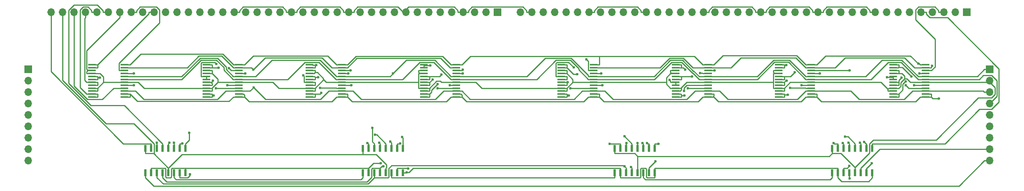
<source format=gtl>
G04 #@! TF.FileFunction,Copper,L1,Top,Signal*
%FSLAX46Y46*%
G04 Gerber Fmt 4.6, Leading zero omitted, Abs format (unit mm)*
G04 Created by KiCad (PCBNEW 4.0.7) date *
%MOMM*%
%LPD*%
G01*
G04 APERTURE LIST*
%ADD10C,0.100000*%
%ADD11R,1.700000X1.700000*%
%ADD12O,1.700000X1.700000*%
%ADD13R,1.750000X0.450000*%
%ADD14R,0.600000X1.500000*%
%ADD15C,0.600000*%
%ADD16C,0.250000*%
G04 APERTURE END LIST*
D10*
D11*
X144780000Y-88900000D03*
D12*
X142240000Y-88900000D03*
X139700000Y-88900000D03*
X137160000Y-88900000D03*
X134620000Y-88900000D03*
X132080000Y-88900000D03*
X129540000Y-88900000D03*
X127000000Y-88900000D03*
X124460000Y-88900000D03*
X121920000Y-88900000D03*
X119380000Y-88900000D03*
X116840000Y-88900000D03*
X114300000Y-88900000D03*
X111760000Y-88900000D03*
X109220000Y-88900000D03*
X106680000Y-88900000D03*
X104140000Y-88900000D03*
X101600000Y-88900000D03*
X99060000Y-88900000D03*
X96520000Y-88900000D03*
X93980000Y-88900000D03*
X91440000Y-88900000D03*
X88900000Y-88900000D03*
X86360000Y-88900000D03*
X83820000Y-88900000D03*
X81280000Y-88900000D03*
X78740000Y-88900000D03*
X76200000Y-88900000D03*
X73660000Y-88900000D03*
X71120000Y-88900000D03*
X68580000Y-88900000D03*
X66040000Y-88900000D03*
X63500000Y-88900000D03*
X60960000Y-88900000D03*
X58420000Y-88900000D03*
X55880000Y-88900000D03*
X53340000Y-88900000D03*
X50800000Y-88900000D03*
X48260000Y-88900000D03*
X45720000Y-88900000D03*
D11*
X248920000Y-88900000D03*
D12*
X246380000Y-88900000D03*
X243840000Y-88900000D03*
X241300000Y-88900000D03*
X238760000Y-88900000D03*
X236220000Y-88900000D03*
X233680000Y-88900000D03*
X231140000Y-88900000D03*
X228600000Y-88900000D03*
X226060000Y-88900000D03*
X223520000Y-88900000D03*
X220980000Y-88900000D03*
X218440000Y-88900000D03*
X215900000Y-88900000D03*
X213360000Y-88900000D03*
X210820000Y-88900000D03*
X208280000Y-88900000D03*
X205740000Y-88900000D03*
X203200000Y-88900000D03*
X200660000Y-88900000D03*
X198120000Y-88900000D03*
X195580000Y-88900000D03*
X193040000Y-88900000D03*
X190500000Y-88900000D03*
X187960000Y-88900000D03*
X185420000Y-88900000D03*
X182880000Y-88900000D03*
X180340000Y-88900000D03*
X177800000Y-88900000D03*
X175260000Y-88900000D03*
X172720000Y-88900000D03*
X170180000Y-88900000D03*
X167640000Y-88900000D03*
X165100000Y-88900000D03*
X162560000Y-88900000D03*
X160020000Y-88900000D03*
X157480000Y-88900000D03*
X154940000Y-88900000D03*
X152400000Y-88900000D03*
X149860000Y-88900000D03*
D11*
X40640000Y-101600000D03*
D12*
X40640000Y-104140000D03*
X40640000Y-106680000D03*
X40640000Y-109220000D03*
X40640000Y-111760000D03*
X40640000Y-114300000D03*
X40640000Y-116840000D03*
X40640000Y-119380000D03*
X40640000Y-121920000D03*
D11*
X254000000Y-101600000D03*
D12*
X254000000Y-104140000D03*
X254000000Y-106680000D03*
X254000000Y-109220000D03*
X254000000Y-111760000D03*
X254000000Y-114300000D03*
X254000000Y-116840000D03*
X254000000Y-119380000D03*
X254000000Y-121920000D03*
D13*
X54820000Y-100565000D03*
X54820000Y-101215000D03*
X54820000Y-101865000D03*
X54820000Y-102515000D03*
X54820000Y-103165000D03*
X54820000Y-103815000D03*
X54820000Y-104465000D03*
X54820000Y-105115000D03*
X54820000Y-105765000D03*
X54820000Y-106415000D03*
X54820000Y-107065000D03*
X54820000Y-107715000D03*
X62020000Y-107715000D03*
X62020000Y-107065000D03*
X62020000Y-106415000D03*
X62020000Y-105765000D03*
X62020000Y-105115000D03*
X62020000Y-104465000D03*
X62020000Y-103815000D03*
X62020000Y-103165000D03*
X62020000Y-102515000D03*
X62020000Y-101865000D03*
X62020000Y-101215000D03*
X62020000Y-100565000D03*
D14*
X75565000Y-119220000D03*
X74295000Y-119220000D03*
X73025000Y-119220000D03*
X71755000Y-119220000D03*
X70485000Y-119220000D03*
X69215000Y-119220000D03*
X67945000Y-119220000D03*
X66675000Y-119220000D03*
X66675000Y-124620000D03*
X67945000Y-124620000D03*
X69215000Y-124620000D03*
X70485000Y-124620000D03*
X71755000Y-124620000D03*
X73025000Y-124620000D03*
X74295000Y-124620000D03*
X75565000Y-124620000D03*
D13*
X80220000Y-100565000D03*
X80220000Y-101215000D03*
X80220000Y-101865000D03*
X80220000Y-102515000D03*
X80220000Y-103165000D03*
X80220000Y-103815000D03*
X80220000Y-104465000D03*
X80220000Y-105115000D03*
X80220000Y-105765000D03*
X80220000Y-106415000D03*
X80220000Y-107065000D03*
X80220000Y-107715000D03*
X87420000Y-107715000D03*
X87420000Y-107065000D03*
X87420000Y-106415000D03*
X87420000Y-105765000D03*
X87420000Y-105115000D03*
X87420000Y-104465000D03*
X87420000Y-103815000D03*
X87420000Y-103165000D03*
X87420000Y-102515000D03*
X87420000Y-101865000D03*
X87420000Y-101215000D03*
X87420000Y-100565000D03*
X103080000Y-100565000D03*
X103080000Y-101215000D03*
X103080000Y-101865000D03*
X103080000Y-102515000D03*
X103080000Y-103165000D03*
X103080000Y-103815000D03*
X103080000Y-104465000D03*
X103080000Y-105115000D03*
X103080000Y-105765000D03*
X103080000Y-106415000D03*
X103080000Y-107065000D03*
X103080000Y-107715000D03*
X110280000Y-107715000D03*
X110280000Y-107065000D03*
X110280000Y-106415000D03*
X110280000Y-105765000D03*
X110280000Y-105115000D03*
X110280000Y-104465000D03*
X110280000Y-103815000D03*
X110280000Y-103165000D03*
X110280000Y-102515000D03*
X110280000Y-101865000D03*
X110280000Y-101215000D03*
X110280000Y-100565000D03*
D14*
X123825000Y-119220000D03*
X122555000Y-119220000D03*
X121285000Y-119220000D03*
X120015000Y-119220000D03*
X118745000Y-119220000D03*
X117475000Y-119220000D03*
X116205000Y-119220000D03*
X114935000Y-119220000D03*
X114935000Y-124620000D03*
X116205000Y-124620000D03*
X117475000Y-124620000D03*
X118745000Y-124620000D03*
X120015000Y-124620000D03*
X121285000Y-124620000D03*
X122555000Y-124620000D03*
X123825000Y-124620000D03*
D13*
X128480000Y-100565000D03*
X128480000Y-101215000D03*
X128480000Y-101865000D03*
X128480000Y-102515000D03*
X128480000Y-103165000D03*
X128480000Y-103815000D03*
X128480000Y-104465000D03*
X128480000Y-105115000D03*
X128480000Y-105765000D03*
X128480000Y-106415000D03*
X128480000Y-107065000D03*
X128480000Y-107715000D03*
X135680000Y-107715000D03*
X135680000Y-107065000D03*
X135680000Y-106415000D03*
X135680000Y-105765000D03*
X135680000Y-105115000D03*
X135680000Y-104465000D03*
X135680000Y-103815000D03*
X135680000Y-103165000D03*
X135680000Y-102515000D03*
X135680000Y-101865000D03*
X135680000Y-101215000D03*
X135680000Y-100565000D03*
X158960000Y-100565000D03*
X158960000Y-101215000D03*
X158960000Y-101865000D03*
X158960000Y-102515000D03*
X158960000Y-103165000D03*
X158960000Y-103815000D03*
X158960000Y-104465000D03*
X158960000Y-105115000D03*
X158960000Y-105765000D03*
X158960000Y-106415000D03*
X158960000Y-107065000D03*
X158960000Y-107715000D03*
X166160000Y-107715000D03*
X166160000Y-107065000D03*
X166160000Y-106415000D03*
X166160000Y-105765000D03*
X166160000Y-105115000D03*
X166160000Y-104465000D03*
X166160000Y-103815000D03*
X166160000Y-103165000D03*
X166160000Y-102515000D03*
X166160000Y-101865000D03*
X166160000Y-101215000D03*
X166160000Y-100565000D03*
D14*
X179705000Y-119220000D03*
X178435000Y-119220000D03*
X177165000Y-119220000D03*
X175895000Y-119220000D03*
X174625000Y-119220000D03*
X173355000Y-119220000D03*
X172085000Y-119220000D03*
X170815000Y-119220000D03*
X170815000Y-124620000D03*
X172085000Y-124620000D03*
X173355000Y-124620000D03*
X174625000Y-124620000D03*
X175895000Y-124620000D03*
X177165000Y-124620000D03*
X178435000Y-124620000D03*
X179705000Y-124620000D03*
D13*
X184360000Y-100565000D03*
X184360000Y-101215000D03*
X184360000Y-101865000D03*
X184360000Y-102515000D03*
X184360000Y-103165000D03*
X184360000Y-103815000D03*
X184360000Y-104465000D03*
X184360000Y-105115000D03*
X184360000Y-105765000D03*
X184360000Y-106415000D03*
X184360000Y-107065000D03*
X184360000Y-107715000D03*
X191560000Y-107715000D03*
X191560000Y-107065000D03*
X191560000Y-106415000D03*
X191560000Y-105765000D03*
X191560000Y-105115000D03*
X191560000Y-104465000D03*
X191560000Y-103815000D03*
X191560000Y-103165000D03*
X191560000Y-102515000D03*
X191560000Y-101865000D03*
X191560000Y-101215000D03*
X191560000Y-100565000D03*
X207220000Y-100565000D03*
X207220000Y-101215000D03*
X207220000Y-101865000D03*
X207220000Y-102515000D03*
X207220000Y-103165000D03*
X207220000Y-103815000D03*
X207220000Y-104465000D03*
X207220000Y-105115000D03*
X207220000Y-105765000D03*
X207220000Y-106415000D03*
X207220000Y-107065000D03*
X207220000Y-107715000D03*
X214420000Y-107715000D03*
X214420000Y-107065000D03*
X214420000Y-106415000D03*
X214420000Y-105765000D03*
X214420000Y-105115000D03*
X214420000Y-104465000D03*
X214420000Y-103815000D03*
X214420000Y-103165000D03*
X214420000Y-102515000D03*
X214420000Y-101865000D03*
X214420000Y-101215000D03*
X214420000Y-100565000D03*
D14*
X227965000Y-119220000D03*
X226695000Y-119220000D03*
X225425000Y-119220000D03*
X224155000Y-119220000D03*
X222885000Y-119220000D03*
X221615000Y-119220000D03*
X220345000Y-119220000D03*
X219075000Y-119220000D03*
X219075000Y-124620000D03*
X220345000Y-124620000D03*
X221615000Y-124620000D03*
X222885000Y-124620000D03*
X224155000Y-124620000D03*
X225425000Y-124620000D03*
X226695000Y-124620000D03*
X227965000Y-124620000D03*
D13*
X232620000Y-100565000D03*
X232620000Y-101215000D03*
X232620000Y-101865000D03*
X232620000Y-102515000D03*
X232620000Y-103165000D03*
X232620000Y-103815000D03*
X232620000Y-104465000D03*
X232620000Y-105115000D03*
X232620000Y-105765000D03*
X232620000Y-106415000D03*
X232620000Y-107065000D03*
X232620000Y-107715000D03*
X239820000Y-107715000D03*
X239820000Y-107065000D03*
X239820000Y-106415000D03*
X239820000Y-105765000D03*
X239820000Y-105115000D03*
X239820000Y-104465000D03*
X239820000Y-103815000D03*
X239820000Y-103165000D03*
X239820000Y-102515000D03*
X239820000Y-101865000D03*
X239820000Y-101215000D03*
X239820000Y-100565000D03*
D15*
X129917600Y-100687400D03*
X132356100Y-102734600D03*
X137064800Y-101649900D03*
X123652800Y-116673000D03*
X131461100Y-104900100D03*
X130360700Y-103838400D03*
X131482000Y-105792100D03*
X120997200Y-117684400D03*
X104534500Y-100639900D03*
X105009600Y-103383500D03*
X112209500Y-101865000D03*
X118505300Y-117947900D03*
X105647400Y-106828400D03*
X101688500Y-102887500D03*
X105456500Y-105701600D03*
X115879500Y-117962800D03*
X82864700Y-101215000D03*
X82358500Y-100346800D03*
X85190200Y-101334400D03*
X76366400Y-115678500D03*
X81798300Y-107390000D03*
X81627600Y-104115400D03*
X82337400Y-105765000D03*
X72945600Y-117940300D03*
X56595100Y-103435900D03*
X236638200Y-103194900D03*
X231237800Y-103346000D03*
X235367500Y-104316500D03*
X234417200Y-103423700D03*
X235367500Y-105116900D03*
X225231500Y-117951200D03*
X208906000Y-100621100D03*
X210721600Y-102228200D03*
X222889500Y-101813200D03*
X222652000Y-117938000D03*
X209179800Y-107235600D03*
X209003800Y-104140200D03*
X209688800Y-105721300D03*
X219343100Y-117955600D03*
X186408600Y-101638400D03*
X187986500Y-103206800D03*
X192950100Y-101865000D03*
X180526300Y-118144700D03*
X186302700Y-107410100D03*
X182983100Y-103981000D03*
X187051300Y-105765000D03*
X176979100Y-117958800D03*
X162439500Y-102679600D03*
X161689600Y-101182200D03*
X164541400Y-99335800D03*
X172969800Y-116479700D03*
X160589000Y-107390000D03*
X160367200Y-104465000D03*
X160989100Y-105835500D03*
X169654000Y-118144700D03*
X121626400Y-102515000D03*
X118838600Y-122459700D03*
X124631900Y-124489600D03*
X90636800Y-101661200D03*
X90645500Y-105635000D03*
X241225300Y-100816800D03*
X222924200Y-125881900D03*
X119483600Y-123170500D03*
X174393300Y-123325700D03*
X222886500Y-123111200D03*
X173003800Y-123193500D03*
X242749700Y-108115000D03*
X238144500Y-100315900D03*
X69209100Y-117933800D03*
X64094400Y-105115000D03*
X71950800Y-117948900D03*
X64096200Y-102515000D03*
X74890400Y-118042400D03*
X84863800Y-105115000D03*
X76543500Y-124960300D03*
X88812300Y-102515000D03*
X116999100Y-114589700D03*
X112353300Y-105115000D03*
X117624500Y-116122900D03*
X111700100Y-102515000D03*
X123167000Y-118056400D03*
X134201700Y-105115000D03*
X124963700Y-123679200D03*
X137097600Y-102494900D03*
X173386500Y-117968600D03*
X168040000Y-105115000D03*
X175895000Y-117969200D03*
X167810600Y-102515000D03*
X177988800Y-117962500D03*
X186191100Y-106406700D03*
X179876900Y-122018600D03*
X189718600Y-102458900D03*
X221400600Y-117959900D03*
X212254000Y-105093100D03*
X221914800Y-116545900D03*
X216359000Y-102515000D03*
X226190100Y-117722100D03*
X237211000Y-105107400D03*
X227856600Y-122451200D03*
X238438600Y-102515000D03*
D16*
X128480000Y-101215000D02*
X128480000Y-100687400D01*
X128480000Y-100687400D02*
X128480000Y-100565000D01*
X128480000Y-100687400D02*
X129917600Y-100687400D01*
X128480000Y-103815000D02*
X129680300Y-103815000D01*
X128480000Y-103165000D02*
X129567700Y-103165000D01*
X129680300Y-103165000D02*
X129680300Y-103815000D01*
X129567700Y-103165000D02*
X129680300Y-103165000D01*
X131925700Y-103165000D02*
X132356100Y-102734600D01*
X129680300Y-103165000D02*
X131925700Y-103165000D01*
X135680000Y-101865000D02*
X136880300Y-101865000D01*
X136880300Y-101834400D02*
X137064800Y-101649900D01*
X136880300Y-101865000D02*
X136880300Y-101834400D01*
X66675000Y-119220000D02*
X66675000Y-120295300D01*
X71755000Y-124620000D02*
X71755000Y-123544700D01*
X232620000Y-102515000D02*
X233820300Y-102515000D01*
X185447700Y-105765000D02*
X185560300Y-105765000D01*
X158960000Y-106415000D02*
X160160300Y-106415000D01*
X160160300Y-106415000D02*
X160160300Y-105765000D01*
X160160300Y-102515000D02*
X160160300Y-101865000D01*
X158960000Y-101865000D02*
X160160300Y-101865000D01*
X158960000Y-102515000D02*
X160047700Y-102515000D01*
X160047700Y-102515000D02*
X160160300Y-102515000D01*
X160160300Y-105765000D02*
X161460300Y-104465000D01*
X128480000Y-106415000D02*
X129680300Y-106415000D01*
X103080000Y-102515000D02*
X103680200Y-102515000D01*
X103080000Y-101865000D02*
X104280300Y-101865000D01*
X80220000Y-102515000D02*
X81420300Y-102515000D01*
X80220000Y-101865000D02*
X81420300Y-101865000D01*
X81420300Y-102515000D02*
X81420300Y-101865000D01*
X54820000Y-106415000D02*
X56020300Y-106415000D01*
X56020300Y-106415000D02*
X56020300Y-105765000D01*
X54820000Y-105765000D02*
X56020300Y-105765000D01*
X191560000Y-104465000D02*
X190359700Y-104465000D01*
X80220000Y-106415000D02*
X81420300Y-106415000D01*
X161460300Y-104465000D02*
X166160000Y-104465000D01*
X128480000Y-105765000D02*
X127279700Y-105765000D01*
X61419900Y-104465000D02*
X60819700Y-104465000D01*
X61419900Y-104465000D02*
X62020000Y-104465000D01*
X114935000Y-119220000D02*
X114935000Y-120295300D01*
X128480000Y-105765000D02*
X129680300Y-105765000D01*
X129680300Y-105765000D02*
X129680300Y-106415000D01*
X161460300Y-103815000D02*
X160160300Y-102515000D01*
X161460300Y-104465000D02*
X161460300Y-103815000D01*
X233820300Y-102515000D02*
X233820300Y-101865000D01*
X232620000Y-101865000D02*
X233820300Y-101865000D01*
X232620000Y-105765000D02*
X232019900Y-105765000D01*
X232620000Y-106415000D02*
X231419700Y-106415000D01*
X66359400Y-105765000D02*
X80220000Y-105765000D01*
X65059400Y-104465000D02*
X66359400Y-105765000D01*
X63220300Y-104465000D02*
X65059400Y-104465000D01*
X62020000Y-104465000D02*
X63220300Y-104465000D01*
X66675000Y-120295300D02*
X68505600Y-120295300D01*
X68505600Y-120295300D02*
X71755000Y-123544700D01*
X48260000Y-88900000D02*
X48260000Y-90075300D01*
X94954300Y-104465000D02*
X87420000Y-104465000D01*
X96254300Y-105765000D02*
X94954300Y-104465000D01*
X103080000Y-105765000D02*
X96254300Y-105765000D01*
X80220000Y-105765000D02*
X81420300Y-105765000D01*
X81420300Y-106415000D02*
X81420300Y-105765000D01*
X104043100Y-102515000D02*
X104280300Y-102277800D01*
X103680200Y-102515000D02*
X104043100Y-102515000D01*
X104280300Y-102277800D02*
X104280300Y-101865000D01*
X104280300Y-106415000D02*
X104280300Y-105765000D01*
X103080000Y-106415000D02*
X104280300Y-106415000D01*
X103080000Y-105765000D02*
X104167700Y-105765000D01*
X104167700Y-105765000D02*
X104280300Y-105765000D01*
X110280000Y-104465000D02*
X111480300Y-104465000D01*
X124460000Y-88900000D02*
X123872400Y-88900000D01*
X137160000Y-88900000D02*
X135984700Y-88900000D01*
X138335300Y-88532600D02*
X138335300Y-88900000D01*
X139143200Y-87724700D02*
X138335300Y-88532600D01*
X150416700Y-87724700D02*
X139143200Y-87724700D01*
X151224700Y-88532700D02*
X150416700Y-87724700D01*
X151224700Y-88900000D02*
X151224700Y-88532700D01*
X152400000Y-88900000D02*
X151224700Y-88900000D01*
X137160000Y-88900000D02*
X138335300Y-88900000D01*
X54820000Y-102515000D02*
X53619700Y-102515000D01*
X74799700Y-120500000D02*
X114935000Y-120500000D01*
X71755000Y-123544700D02*
X74799700Y-120500000D01*
X114935000Y-120500000D02*
X114935000Y-120295300D01*
X117822700Y-120500000D02*
X114935000Y-120500000D01*
X120108900Y-122786200D02*
X117822700Y-120500000D01*
X120108900Y-123450800D02*
X120108900Y-122786200D01*
X120015000Y-123544700D02*
X120108900Y-123450800D01*
X120015000Y-124620000D02*
X120015000Y-123544700D01*
X184360000Y-105765000D02*
X183159700Y-105765000D01*
X184360000Y-102515000D02*
X183759900Y-102515000D01*
X184360000Y-101865000D02*
X183159700Y-101865000D01*
X183396900Y-102515000D02*
X183159700Y-102515000D01*
X183759900Y-102515000D02*
X183396900Y-102515000D01*
X183159700Y-102277800D02*
X183159700Y-101865000D01*
X183396900Y-102515000D02*
X183159700Y-102277800D01*
X166160000Y-104465000D02*
X167360300Y-104465000D01*
X182251700Y-104465000D02*
X167360300Y-104465000D01*
X182251700Y-104857000D02*
X182251700Y-104465000D01*
X183159700Y-105765000D02*
X182251700Y-104857000D01*
X182251700Y-103423000D02*
X183159700Y-102515000D01*
X182251700Y-104465000D02*
X182251700Y-103423000D01*
X184360000Y-106415000D02*
X184960200Y-106415000D01*
X185560300Y-106177800D02*
X185560300Y-105765000D01*
X185323100Y-106415000D02*
X185560300Y-106177800D01*
X184960200Y-106415000D02*
X185323100Y-106415000D01*
X184360000Y-105765000D02*
X185447700Y-105765000D01*
X186747700Y-104465000D02*
X185447700Y-105765000D01*
X190359700Y-104465000D02*
X186747700Y-104465000D01*
X207220000Y-106415000D02*
X208420300Y-106415000D01*
X208420300Y-106415000D02*
X208420300Y-105765000D01*
X209720300Y-104465000D02*
X208420300Y-105765000D01*
X214420000Y-104465000D02*
X209720300Y-104465000D01*
X208420300Y-105765000D02*
X207220000Y-105765000D01*
X206019700Y-104465000D02*
X191560000Y-104465000D01*
X206019700Y-105765000D02*
X206019700Y-104465000D01*
X206019700Y-104465000D02*
X206019700Y-102515000D01*
X207220000Y-105765000D02*
X206019700Y-105765000D01*
X207220000Y-102515000D02*
X206619900Y-102515000D01*
X207220000Y-101865000D02*
X206019700Y-101865000D01*
X206256900Y-102515000D02*
X206019700Y-102515000D01*
X206619900Y-102515000D02*
X206256900Y-102515000D01*
X206019700Y-102277800D02*
X206019700Y-101865000D01*
X206256900Y-102515000D02*
X206019700Y-102277800D01*
X217075300Y-88532600D02*
X217075300Y-88900000D01*
X217883200Y-87724700D02*
X217075300Y-88532600D01*
X226616700Y-87724700D02*
X217883200Y-87724700D01*
X227424700Y-88532700D02*
X226616700Y-87724700D01*
X227424700Y-88900000D02*
X227424700Y-88532700D01*
X228600000Y-88900000D02*
X227424700Y-88900000D01*
X215900000Y-88900000D02*
X217075300Y-88900000D01*
X224155000Y-124620000D02*
X224155000Y-123544700D01*
X219075000Y-119220000D02*
X219075000Y-120295300D01*
X232620000Y-105765000D02*
X233820300Y-105765000D01*
X231656900Y-105765000D02*
X231419700Y-106002200D01*
X232019900Y-105765000D02*
X231656900Y-105765000D01*
X231419700Y-106002200D02*
X231419700Y-106415000D01*
X254000000Y-104140000D02*
X254000000Y-104427500D01*
X241057800Y-104427500D02*
X241020300Y-104465000D01*
X254000000Y-104427500D02*
X241057800Y-104427500D01*
X239820000Y-104465000D02*
X241020300Y-104465000D01*
X160160300Y-105765000D02*
X158960000Y-105765000D01*
X139974200Y-104465000D02*
X135680000Y-104465000D01*
X141274200Y-105765000D02*
X139974200Y-104465000D01*
X158960000Y-105765000D02*
X141274200Y-105765000D01*
X60819700Y-104465000D02*
X57320300Y-104465000D01*
X57320300Y-104465000D02*
X56020300Y-105765000D01*
X54809900Y-101854900D02*
X54820000Y-101865000D01*
X53884100Y-101854900D02*
X54809900Y-101854900D01*
X53619700Y-101590500D02*
X53884100Y-101854900D01*
X53619700Y-97415600D02*
X53619700Y-101590500D01*
X60960000Y-90075300D02*
X53619700Y-97415600D01*
X53619700Y-102119300D02*
X53619700Y-102515000D01*
X53884100Y-101854900D02*
X53619700Y-102119300D01*
X104788300Y-102277800D02*
X104280300Y-102277800D01*
X106160600Y-103650100D02*
X104788300Y-102277800D01*
X106160600Y-103884700D02*
X106160600Y-103650100D01*
X104280300Y-105765000D02*
X106160600Y-103884700D01*
X106740900Y-104465000D02*
X110280000Y-104465000D01*
X106160600Y-103884700D02*
X106740900Y-104465000D01*
X229882500Y-104465000D02*
X231419700Y-106002200D01*
X214420000Y-104465000D02*
X229882500Y-104465000D01*
X239820000Y-104465000D02*
X238619700Y-104465000D01*
X60960000Y-88900000D02*
X60960000Y-90075300D01*
X54820000Y-102515000D02*
X56020300Y-102515000D01*
X56558600Y-102515000D02*
X56020300Y-102515000D01*
X57320300Y-103276700D02*
X56558600Y-102515000D01*
X57320300Y-104465000D02*
X57320300Y-103276700D01*
X82709700Y-103804400D02*
X81420300Y-102515000D01*
X82709700Y-104465000D02*
X82709700Y-103804400D01*
X87420000Y-104465000D02*
X82709700Y-104465000D01*
X81420300Y-105754400D02*
X81420300Y-105765000D01*
X82709700Y-104465000D02*
X81420300Y-105754400D01*
X110584700Y-88532600D02*
X110584700Y-88900000D01*
X109776800Y-87724700D02*
X110584700Y-88532600D01*
X101043300Y-87724700D02*
X109776800Y-87724700D01*
X100235300Y-88532700D02*
X101043300Y-87724700D01*
X100235300Y-88900000D02*
X100235300Y-88532700D01*
X99060000Y-88900000D02*
X100235300Y-88900000D01*
X111760000Y-88900000D02*
X110584700Y-88900000D01*
X135984700Y-88532600D02*
X135984700Y-88900000D01*
X135176800Y-87724700D02*
X135984700Y-88532600D01*
X125047700Y-87724700D02*
X135176800Y-87724700D01*
X123872400Y-88900000D02*
X125047700Y-87724700D01*
X111760000Y-88900000D02*
X112935300Y-88900000D01*
X112935300Y-88532600D02*
X112935300Y-88900000D01*
X113743200Y-87724700D02*
X112935300Y-88532600D01*
X122697100Y-87724700D02*
X113743200Y-87724700D01*
X123872400Y-88900000D02*
X122697100Y-87724700D01*
X127279700Y-104465000D02*
X127279700Y-102515000D01*
X127279700Y-105765000D02*
X127279700Y-104465000D01*
X127279700Y-104465000D02*
X111480300Y-104465000D01*
X128480000Y-102515000D02*
X127879900Y-102515000D01*
X128480000Y-101865000D02*
X127279700Y-101865000D01*
X127516900Y-102515000D02*
X127279700Y-102515000D01*
X127879900Y-102515000D02*
X127516900Y-102515000D01*
X127279700Y-102277800D02*
X127279700Y-101865000D01*
X127516900Y-102515000D02*
X127279700Y-102277800D01*
X176624700Y-88532600D02*
X176624700Y-88900000D01*
X175816800Y-87724700D02*
X176624700Y-88532600D01*
X167083300Y-87724700D02*
X175816800Y-87724700D01*
X166275300Y-88532700D02*
X167083300Y-87724700D01*
X166275300Y-88900000D02*
X166275300Y-88532700D01*
X165100000Y-88900000D02*
X166275300Y-88900000D01*
X177800000Y-88900000D02*
X176624700Y-88900000D01*
X214724700Y-88532600D02*
X214724700Y-88900000D01*
X213916800Y-87724700D02*
X214724700Y-88532600D01*
X205183300Y-87724700D02*
X213916800Y-87724700D01*
X204375300Y-88532700D02*
X205183300Y-87724700D01*
X204375300Y-88900000D02*
X204375300Y-88532700D01*
X203200000Y-88900000D02*
X204375300Y-88900000D01*
X215900000Y-88900000D02*
X214724700Y-88900000D01*
X224155000Y-123495300D02*
X224084800Y-123425000D01*
X224155000Y-123544700D02*
X224155000Y-123495300D01*
X220955000Y-120295300D02*
X219075000Y-120295300D01*
X224084800Y-123425000D02*
X220955000Y-120295300D01*
X175895000Y-124620000D02*
X175895000Y-123544700D01*
X170815000Y-119220000D02*
X170815000Y-120295300D01*
X175895000Y-123544700D02*
X175895000Y-120956900D01*
X175233400Y-120295300D02*
X175895000Y-120956900D01*
X170815000Y-120295300D02*
X175233400Y-120295300D01*
X218413400Y-120956900D02*
X219075000Y-120295300D01*
X175895000Y-120956900D02*
X218413400Y-120956900D01*
X255175900Y-105603400D02*
X254000000Y-104427500D01*
X255175900Y-107183300D02*
X255175900Y-105603400D01*
X254409200Y-107950000D02*
X255175900Y-107183300D01*
X251474500Y-107950000D02*
X254409200Y-107950000D01*
X242109200Y-117315300D02*
X251474500Y-107950000D01*
X228152500Y-117315300D02*
X242109200Y-117315300D01*
X227330000Y-118137800D02*
X228152500Y-117315300D01*
X227330000Y-120179800D02*
X227330000Y-118137800D01*
X224084800Y-123425000D02*
X227330000Y-120179800D01*
X131230300Y-104215000D02*
X129680300Y-105765000D01*
X132090200Y-104215000D02*
X131230300Y-104215000D01*
X132340200Y-104465000D02*
X132090200Y-104215000D01*
X135680000Y-104465000D02*
X132340200Y-104465000D01*
X68570400Y-120230500D02*
X68505600Y-120295300D01*
X68570400Y-118132200D02*
X68570400Y-120230500D01*
X64121600Y-113683400D02*
X68570400Y-118132200D01*
X57923600Y-113683400D02*
X64121600Y-113683400D01*
X48260000Y-104019800D02*
X57923600Y-113683400D01*
X48260000Y-90075300D02*
X48260000Y-104019800D01*
X97884700Y-88532600D02*
X97884700Y-88900000D01*
X97076800Y-87724700D02*
X97884700Y-88532600D01*
X88343300Y-87724700D02*
X97076800Y-87724700D01*
X87535300Y-88532700D02*
X88343300Y-87724700D01*
X87535300Y-88900000D02*
X87535300Y-88532700D01*
X86360000Y-88900000D02*
X87535300Y-88900000D01*
X99060000Y-88900000D02*
X97884700Y-88900000D01*
X202024700Y-88532600D02*
X202024700Y-88900000D01*
X201216800Y-87724700D02*
X202024700Y-88532600D01*
X192483300Y-87724700D02*
X201216800Y-87724700D01*
X191675300Y-88532700D02*
X192483300Y-87724700D01*
X191675300Y-88900000D02*
X191675300Y-88532700D01*
X190500000Y-88900000D02*
X191675300Y-88900000D01*
X203200000Y-88900000D02*
X202024700Y-88900000D01*
X235108500Y-103126800D02*
X235108500Y-103691200D01*
X234496700Y-102515000D02*
X235108500Y-103126800D01*
X233820300Y-102515000D02*
X234496700Y-102515000D01*
X235626600Y-103691200D02*
X235108500Y-103691200D01*
X236400400Y-104465000D02*
X235626600Y-103691200D01*
X238619700Y-104465000D02*
X236400400Y-104465000D01*
X234291900Y-105293400D02*
X233820300Y-105765000D01*
X234291900Y-104507800D02*
X234291900Y-105293400D01*
X235108500Y-103691200D02*
X234291900Y-104507800D01*
X123825000Y-116845200D02*
X123652800Y-116673000D01*
X123825000Y-119220000D02*
X123825000Y-116845200D01*
X128480000Y-107715000D02*
X129680300Y-107715000D01*
X128480000Y-107065000D02*
X129680300Y-107065000D01*
X129680300Y-107715000D02*
X129680300Y-107065000D01*
X130130700Y-106230500D02*
X131461100Y-104900100D01*
X130130700Y-106614600D02*
X130130700Y-106230500D01*
X129680300Y-107065000D02*
X130130700Y-106614600D01*
X128480000Y-105115000D02*
X129680300Y-105115000D01*
X128480000Y-104465000D02*
X129680300Y-104465000D01*
X129680300Y-105115000D02*
X129680300Y-104465000D01*
X129734100Y-104465000D02*
X130360700Y-103838400D01*
X129680300Y-104465000D02*
X129734100Y-104465000D01*
X135680000Y-105765000D02*
X134479700Y-105765000D01*
X134452600Y-105792100D02*
X134479700Y-105765000D01*
X131482000Y-105792100D02*
X134452600Y-105792100D01*
X121285000Y-117972200D02*
X120997200Y-117684400D01*
X121285000Y-119220000D02*
X121285000Y-117972200D01*
X103080000Y-101215000D02*
X104280300Y-101215000D01*
X103080000Y-100565000D02*
X103680200Y-100565000D01*
X104280300Y-101215000D02*
X104280300Y-100639900D01*
X103755100Y-100639900D02*
X104280300Y-100639900D01*
X103680200Y-100565000D02*
X103755100Y-100639900D01*
X104280300Y-100639900D02*
X104534500Y-100639900D01*
X103080000Y-103815000D02*
X104280300Y-103815000D01*
X103080000Y-103165000D02*
X104167700Y-103165000D01*
X104280300Y-103383500D02*
X105009600Y-103383500D01*
X104280300Y-103815000D02*
X104280300Y-103383500D01*
X104280300Y-103277600D02*
X104167700Y-103165000D01*
X104280300Y-103383500D02*
X104280300Y-103277600D01*
X110280000Y-101865000D02*
X112209500Y-101865000D01*
X118702100Y-118144700D02*
X118505300Y-117947900D01*
X118745000Y-118144700D02*
X118702100Y-118144700D01*
X118745000Y-119220000D02*
X118745000Y-118144700D01*
X103080000Y-107715000D02*
X104280300Y-107715000D01*
X103080000Y-107065000D02*
X104280300Y-107065000D01*
X104280300Y-107715000D02*
X104280300Y-107065000D01*
X105410800Y-107065000D02*
X105647400Y-106828400D01*
X104280300Y-107065000D02*
X105410800Y-107065000D01*
X103080000Y-104465000D02*
X101879700Y-104465000D01*
X101879700Y-103078700D02*
X101688500Y-102887500D01*
X101879700Y-104465000D02*
X101879700Y-103078700D01*
X104280300Y-105115000D02*
X104280300Y-104465000D01*
X103080000Y-105115000D02*
X104280300Y-105115000D01*
X103080000Y-104465000D02*
X104280300Y-104465000D01*
X110280000Y-105765000D02*
X109079700Y-105765000D01*
X109016300Y-105701600D02*
X105456500Y-105701600D01*
X109079700Y-105765000D02*
X109016300Y-105701600D01*
X116061400Y-118144700D02*
X115879500Y-117962800D01*
X116205000Y-118144700D02*
X116061400Y-118144700D01*
X116205000Y-119220000D02*
X116205000Y-118144700D01*
X80220000Y-101215000D02*
X81420300Y-101215000D01*
X80220000Y-100565000D02*
X81420300Y-100565000D01*
X81420300Y-101215000D02*
X81420300Y-100565000D01*
X81420300Y-101215000D02*
X82864700Y-101215000D01*
X80220000Y-103815000D02*
X80220000Y-103165000D01*
X80220000Y-103165000D02*
X79019700Y-103165000D01*
X82026300Y-100014600D02*
X82358500Y-100346800D01*
X79204600Y-100014600D02*
X82026300Y-100014600D01*
X79019700Y-100199500D02*
X79204600Y-100014600D01*
X79019700Y-103165000D02*
X79019700Y-100199500D01*
X85720800Y-101865000D02*
X85190200Y-101334400D01*
X87420000Y-101865000D02*
X85720800Y-101865000D01*
X75565000Y-119220000D02*
X75565000Y-118144700D01*
X76366400Y-117343300D02*
X76366400Y-115678500D01*
X75565000Y-118144700D02*
X76366400Y-117343300D01*
X80220000Y-107715000D02*
X81420300Y-107715000D01*
X80220000Y-107065000D02*
X81420300Y-107065000D01*
X81420300Y-107715000D02*
X81420300Y-107390000D01*
X81420300Y-107390000D02*
X81420300Y-107065000D01*
X81420300Y-107390000D02*
X81798300Y-107390000D01*
X80220000Y-105115000D02*
X81420300Y-105115000D01*
X81176600Y-104465000D02*
X81420300Y-104465000D01*
X81420300Y-104708700D02*
X81176600Y-104465000D01*
X81420300Y-105115000D02*
X81420300Y-104708700D01*
X81176600Y-104465000D02*
X80220000Y-104465000D01*
X81420300Y-104322700D02*
X81627600Y-104115400D01*
X81420300Y-104465000D02*
X81420300Y-104322700D01*
X87420000Y-105765000D02*
X82337400Y-105765000D01*
X73025000Y-119220000D02*
X73025000Y-118144700D01*
X72945600Y-118065300D02*
X72945600Y-117940300D01*
X73025000Y-118144700D02*
X72945600Y-118065300D01*
X54820000Y-101215000D02*
X56020300Y-101215000D01*
X54820000Y-100565000D02*
X55869500Y-100565000D01*
X56020300Y-101215000D02*
X56020300Y-100582000D01*
X56003300Y-100565000D02*
X56020300Y-100582000D01*
X55869500Y-100565000D02*
X56003300Y-100565000D01*
X67404700Y-89197600D02*
X67404700Y-88900000D01*
X56020300Y-100582000D02*
X67404700Y-89197600D01*
X68580000Y-88900000D02*
X67404700Y-88900000D01*
X54820000Y-103815000D02*
X56020300Y-103815000D01*
X54820000Y-103165000D02*
X56020300Y-103165000D01*
X56020300Y-103435900D02*
X56595100Y-103435900D01*
X56020300Y-103815000D02*
X56020300Y-103435900D01*
X56020300Y-103435900D02*
X56020300Y-103165000D01*
X64675300Y-88532600D02*
X64675300Y-88900000D01*
X65483200Y-87724700D02*
X64675300Y-88532600D01*
X69131400Y-87724700D02*
X65483200Y-87724700D01*
X69760200Y-88353500D02*
X69131400Y-87724700D01*
X69760200Y-91264700D02*
X69760200Y-88353500D01*
X60819700Y-100205200D02*
X69760200Y-91264700D01*
X60819700Y-101865000D02*
X60819700Y-100205200D01*
X62020000Y-101865000D02*
X60819700Y-101865000D01*
X63500000Y-88900000D02*
X64675300Y-88900000D01*
X57244700Y-88532700D02*
X57244700Y-88900000D01*
X55959000Y-87247000D02*
X57244700Y-88532700D01*
X50783200Y-87247000D02*
X55959000Y-87247000D01*
X49598700Y-88431500D02*
X50783200Y-87247000D01*
X49598700Y-104721600D02*
X49598700Y-88431500D01*
X54521500Y-109644400D02*
X49598700Y-104721600D01*
X61984700Y-109644400D02*
X54521500Y-109644400D01*
X70485000Y-118144700D02*
X61984700Y-109644400D01*
X70485000Y-119220000D02*
X70485000Y-118144700D01*
X58420000Y-88900000D02*
X57244700Y-88900000D01*
X54704700Y-88532600D02*
X54704700Y-88900000D01*
X53896800Y-87724700D02*
X54704700Y-88532600D01*
X52830100Y-87724700D02*
X53896800Y-87724700D01*
X52156700Y-88398100D02*
X52830100Y-87724700D01*
X52156700Y-105602000D02*
X52156700Y-88398100D01*
X53619700Y-107065000D02*
X52156700Y-105602000D01*
X54820000Y-107065000D02*
X53619700Y-107065000D01*
X55880000Y-88900000D02*
X54704700Y-88900000D01*
X56020300Y-107715000D02*
X56020300Y-107065000D01*
X54820000Y-107715000D02*
X56020300Y-107715000D01*
X54820000Y-107065000D02*
X56020300Y-107065000D01*
X53168500Y-90246800D02*
X53340000Y-90075300D01*
X53168500Y-104013800D02*
X53168500Y-90246800D01*
X53619700Y-104465000D02*
X53168500Y-104013800D01*
X54820000Y-104465000D02*
X53619700Y-104465000D01*
X53340000Y-88900000D02*
X53340000Y-90075300D01*
X56020300Y-105115000D02*
X56020300Y-104465000D01*
X54820000Y-105115000D02*
X56020300Y-105115000D01*
X54820000Y-104465000D02*
X56020300Y-104465000D01*
X50800000Y-105281200D02*
X50800000Y-88900000D01*
X53784200Y-108265400D02*
X50800000Y-105281200D01*
X57085600Y-108265400D02*
X53784200Y-108265400D01*
X59586000Y-105765000D02*
X57085600Y-108265400D01*
X62020000Y-105765000D02*
X59586000Y-105765000D01*
X67945000Y-119220000D02*
X67945000Y-118144700D01*
X61747900Y-118144700D02*
X67945000Y-118144700D01*
X45720000Y-102116800D02*
X61747900Y-118144700D01*
X45720000Y-88900000D02*
X45720000Y-102116800D01*
X232620000Y-100565000D02*
X233820300Y-100565000D01*
X232620000Y-101215000D02*
X233667700Y-101215000D01*
X233820300Y-101132000D02*
X233820300Y-100565000D01*
X233750700Y-101132000D02*
X233820300Y-101132000D01*
X233667700Y-101215000D02*
X233750700Y-101132000D01*
X234575300Y-101132000D02*
X236638200Y-103194900D01*
X233820300Y-101132000D02*
X234575300Y-101132000D01*
X232620000Y-103346000D02*
X231237800Y-103346000D01*
X232620000Y-103815000D02*
X232620000Y-103346000D01*
X232620000Y-103346000D02*
X232620000Y-103165000D01*
X242664700Y-88532600D02*
X242664700Y-88900000D01*
X241856800Y-87724700D02*
X242664700Y-88532600D01*
X238208600Y-87724700D02*
X241856800Y-87724700D01*
X237579800Y-88353500D02*
X238208600Y-87724700D01*
X237579800Y-90554600D02*
X237579800Y-88353500D01*
X241882000Y-94856800D02*
X237579800Y-90554600D01*
X241882000Y-101051100D02*
X241882000Y-94856800D01*
X241068100Y-101865000D02*
X241882000Y-101051100D01*
X239820000Y-101865000D02*
X241068100Y-101865000D01*
X243840000Y-88900000D02*
X242664700Y-88900000D01*
X227965000Y-119220000D02*
X227965000Y-118144700D01*
X238760000Y-88900000D02*
X239935300Y-88900000D01*
X239935300Y-89267400D02*
X239935300Y-88900000D01*
X240743200Y-90075300D02*
X239935300Y-89267400D01*
X244663000Y-90075300D02*
X240743200Y-90075300D01*
X256076600Y-101488900D02*
X244663000Y-90075300D01*
X256076600Y-108852300D02*
X256076600Y-101488900D01*
X254438900Y-110490000D02*
X256076600Y-108852300D01*
X251740000Y-110490000D02*
X254438900Y-110490000D01*
X244085300Y-118144700D02*
X251740000Y-110490000D01*
X227965000Y-118144700D02*
X244085300Y-118144700D01*
X233820300Y-107715000D02*
X233820300Y-107065000D01*
X232620000Y-107715000D02*
X233820300Y-107715000D01*
X232620000Y-107065000D02*
X233707700Y-107065000D01*
X233707700Y-107065000D02*
X233820300Y-107065000D01*
X234742200Y-106143100D02*
X233820300Y-107065000D01*
X234742200Y-104857900D02*
X234742200Y-106143100D01*
X235283600Y-104316500D02*
X234742200Y-104857900D01*
X235367500Y-104316500D02*
X235283600Y-104316500D01*
X232620000Y-105115000D02*
X233820300Y-105115000D01*
X232620000Y-104465000D02*
X233707700Y-104465000D01*
X233820300Y-104465000D02*
X233820300Y-105115000D01*
X233707700Y-104465000D02*
X233820300Y-104465000D01*
X233820300Y-104020600D02*
X233820300Y-104465000D01*
X234417200Y-103423700D02*
X233820300Y-104020600D01*
X236015600Y-105765000D02*
X235367500Y-105116900D01*
X239820000Y-105765000D02*
X236015600Y-105765000D01*
X225425000Y-119220000D02*
X225425000Y-118144700D01*
X225425000Y-118144700D02*
X225231500Y-117951200D01*
X207220000Y-101215000D02*
X208420300Y-101215000D01*
X207220000Y-100565000D02*
X208307700Y-100565000D01*
X208420300Y-101215000D02*
X208420300Y-100621100D01*
X208364200Y-100565000D02*
X208307700Y-100565000D01*
X208420300Y-100621100D02*
X208364200Y-100565000D01*
X208420300Y-100621100D02*
X208906000Y-100621100D01*
X207220000Y-103815000D02*
X208420300Y-103815000D01*
X207220000Y-103165000D02*
X208307700Y-103165000D01*
X208307700Y-103165000D02*
X208420300Y-103165000D01*
X208420300Y-103165000D02*
X208420300Y-103815000D01*
X209784800Y-103165000D02*
X210721600Y-102228200D01*
X208420300Y-103165000D02*
X209784800Y-103165000D01*
X222837700Y-101865000D02*
X222889500Y-101813200D01*
X214420000Y-101865000D02*
X222837700Y-101865000D01*
X222858700Y-118144700D02*
X222652000Y-117938000D01*
X222885000Y-118144700D02*
X222858700Y-118144700D01*
X222885000Y-119220000D02*
X222885000Y-118144700D01*
X207220000Y-107715000D02*
X208420300Y-107715000D01*
X207220000Y-107065000D02*
X208420300Y-107065000D01*
X208420300Y-107235600D02*
X209179800Y-107235600D01*
X208420300Y-107715000D02*
X208420300Y-107235600D01*
X208420300Y-107235600D02*
X208420300Y-107065000D01*
X208420300Y-105115000D02*
X208420300Y-104465000D01*
X207220000Y-105115000D02*
X208420300Y-105115000D01*
X207220000Y-104465000D02*
X207820200Y-104465000D01*
X207820200Y-104465000D02*
X208420300Y-104465000D01*
X208745100Y-104140200D02*
X209003800Y-104140200D01*
X208420300Y-104465000D02*
X208745100Y-104140200D01*
X214420000Y-105765000D02*
X213219700Y-105765000D01*
X213176000Y-105721300D02*
X209688800Y-105721300D01*
X213219700Y-105765000D02*
X213176000Y-105721300D01*
X220345000Y-119220000D02*
X220345000Y-118144700D01*
X219532200Y-118144700D02*
X219343100Y-117955600D01*
X220345000Y-118144700D02*
X219532200Y-118144700D01*
X185560300Y-101215000D02*
X185560300Y-100565000D01*
X184360000Y-101215000D02*
X185560300Y-101215000D01*
X185985200Y-101215000D02*
X186408600Y-101638400D01*
X185560300Y-101215000D02*
X185985200Y-101215000D01*
X184360000Y-100565000D02*
X185560300Y-100565000D01*
X184360000Y-103815000D02*
X185560300Y-103815000D01*
X184360000Y-103165000D02*
X185560300Y-103165000D01*
X185560300Y-103206800D02*
X187986500Y-103206800D01*
X185560300Y-103815000D02*
X185560300Y-103206800D01*
X185560300Y-103206800D02*
X185560300Y-103165000D01*
X191560000Y-101865000D02*
X192760300Y-101865000D01*
X192760300Y-101865000D02*
X192950100Y-101865000D01*
X179705000Y-119220000D02*
X179705000Y-118144700D01*
X179705000Y-118144700D02*
X180526300Y-118144700D01*
X184360000Y-107715000D02*
X185560300Y-107715000D01*
X184360000Y-107065000D02*
X185447700Y-107065000D01*
X185560300Y-107715000D02*
X185560300Y-107410100D01*
X185560300Y-107177600D02*
X185447700Y-107065000D01*
X185560300Y-107410100D02*
X185560300Y-107177600D01*
X185560300Y-107410100D02*
X186302700Y-107410100D01*
X184360000Y-105115000D02*
X184360000Y-104465000D01*
X184360000Y-104465000D02*
X183159700Y-104465000D01*
X183159700Y-104157600D02*
X182983100Y-103981000D01*
X183159700Y-104465000D02*
X183159700Y-104157600D01*
X191560000Y-105765000D02*
X187051300Y-105765000D01*
X177165000Y-119220000D02*
X177165000Y-118144700D01*
X177165000Y-118144700D02*
X176979100Y-117958800D01*
X158960000Y-101215000D02*
X160160300Y-101215000D01*
X158960000Y-100565000D02*
X160160300Y-100565000D01*
X160160300Y-101215000D02*
X160160300Y-100565000D01*
X161624900Y-102679600D02*
X162439500Y-102679600D01*
X160160300Y-101215000D02*
X161624900Y-102679600D01*
X158960000Y-103165000D02*
X157759700Y-103165000D01*
X160160300Y-103815000D02*
X160160300Y-103165000D01*
X158960000Y-103815000D02*
X160160300Y-103815000D01*
X158960000Y-103165000D02*
X160160300Y-103165000D01*
X160522100Y-100014700D02*
X161689600Y-101182200D01*
X157950200Y-100014700D02*
X160522100Y-100014700D01*
X157759700Y-100205200D02*
X157950200Y-100014700D01*
X157759700Y-103165000D02*
X157759700Y-100205200D01*
X166160000Y-101865000D02*
X164959700Y-101865000D01*
X164959700Y-99754100D02*
X164541400Y-99335800D01*
X164959700Y-101865000D02*
X164959700Y-99754100D01*
X174625000Y-118134900D02*
X172969800Y-116479700D01*
X174625000Y-119220000D02*
X174625000Y-118134900D01*
X158960000Y-107715000D02*
X160160300Y-107715000D01*
X158960000Y-107065000D02*
X160160300Y-107065000D01*
X160160300Y-107715000D02*
X160160300Y-107390000D01*
X160160300Y-107390000D02*
X160160300Y-107065000D01*
X160160300Y-107390000D02*
X160589000Y-107390000D01*
X160160300Y-105115000D02*
X160160300Y-104465000D01*
X158960000Y-105115000D02*
X160160300Y-105115000D01*
X158960000Y-104465000D02*
X160047700Y-104465000D01*
X160047700Y-104465000D02*
X160160300Y-104465000D01*
X160160300Y-104465000D02*
X160367200Y-104465000D01*
X166160000Y-105765000D02*
X164959700Y-105765000D01*
X161059600Y-105765000D02*
X160989100Y-105835500D01*
X164959700Y-105765000D02*
X161059600Y-105765000D01*
X172085000Y-119220000D02*
X172085000Y-118144700D01*
X172085000Y-118144700D02*
X169654000Y-118144700D01*
X254000000Y-101600000D02*
X252824700Y-101600000D01*
X251259700Y-103165000D02*
X239820000Y-103165000D01*
X252824700Y-101600000D02*
X251259700Y-103165000D01*
X67945000Y-124620000D02*
X67945000Y-123544700D01*
X75565000Y-124620000D02*
X75565000Y-123657300D01*
X191560000Y-103165000D02*
X190359700Y-103165000D01*
X214420000Y-103165000D02*
X213219700Y-103165000D01*
X221158500Y-126508800D02*
X220345000Y-125695300D01*
X227151500Y-126508800D02*
X221158500Y-126508800D01*
X227965000Y-125695300D02*
X227151500Y-126508800D01*
X227965000Y-124620000D02*
X227965000Y-125695300D01*
X116205000Y-124620000D02*
X116205000Y-123657300D01*
X116205000Y-123657300D02*
X116205000Y-123544700D01*
X72590200Y-123544700D02*
X75565000Y-123544700D01*
X72399600Y-123735300D02*
X72590200Y-123544700D01*
X72399600Y-125493600D02*
X72399600Y-123735300D01*
X72197800Y-125695400D02*
X72399600Y-125493600D01*
X71263100Y-125695400D02*
X72197800Y-125695400D01*
X71118000Y-125550300D02*
X71263100Y-125695400D01*
X71118000Y-123649900D02*
X71118000Y-125550300D01*
X71012800Y-123544700D02*
X71118000Y-123649900D01*
X67945000Y-123544700D02*
X71012800Y-123544700D01*
X75565000Y-123544700D02*
X75565000Y-123657300D01*
X117290000Y-122459700D02*
X118838600Y-122459700D01*
X116205000Y-123544700D02*
X117290000Y-122459700D01*
X176413600Y-125695300D02*
X172085000Y-125695300D01*
X176539600Y-125569300D02*
X176413600Y-125695300D01*
X176539600Y-123678100D02*
X176539600Y-125569300D01*
X176673100Y-123544600D02*
X176539600Y-123678100D01*
X177607900Y-123544600D02*
X176673100Y-123544600D01*
X177809700Y-123746400D02*
X177607900Y-123544600D01*
X177809700Y-125504800D02*
X177809700Y-123746400D01*
X178000200Y-125695300D02*
X177809700Y-125504800D01*
X179705000Y-125695300D02*
X178000200Y-125695300D01*
X179705000Y-124620000D02*
X179705000Y-125695300D01*
X189540400Y-103165000D02*
X190359700Y-103165000D01*
X188343200Y-101967800D02*
X189540400Y-103165000D01*
X188259300Y-101967800D02*
X188343200Y-101967800D01*
X185855900Y-99564400D02*
X188259300Y-101967800D01*
X183163600Y-99564400D02*
X185855900Y-99564400D01*
X179563000Y-103165000D02*
X183163600Y-99564400D01*
X166160000Y-103165000D02*
X179563000Y-103165000D01*
X220345000Y-124681800D02*
X220345000Y-125695300D01*
X220345000Y-124681800D02*
X220345000Y-124620000D01*
X220345000Y-123544700D02*
X179705000Y-123544700D01*
X220345000Y-124620000D02*
X220345000Y-123544700D01*
X179705000Y-124620000D02*
X179705000Y-123544700D01*
X116205000Y-123544700D02*
X75565000Y-123544700D01*
X166160000Y-103165000D02*
X164959700Y-103165000D01*
X209565800Y-99511100D02*
X213219700Y-103165000D01*
X206076900Y-99511100D02*
X209565800Y-99511100D01*
X202423000Y-103165000D02*
X206076900Y-99511100D01*
X191560000Y-103165000D02*
X202423000Y-103165000D01*
X87420000Y-103165000D02*
X86219700Y-103165000D01*
X172085000Y-125157600D02*
X172085000Y-125695300D01*
X151305700Y-103165000D02*
X135680000Y-103165000D01*
X164959700Y-103165000D02*
X164959700Y-102916700D01*
X135680000Y-103165000D02*
X134479700Y-103165000D01*
X86136500Y-103165000D02*
X86219700Y-103165000D01*
X84564900Y-101593400D02*
X86136500Y-103165000D01*
X84564900Y-101031900D02*
X84564900Y-101593400D01*
X82607300Y-99074300D02*
X84564900Y-101031900D01*
X78792400Y-99074300D02*
X82607300Y-99074300D01*
X74701700Y-103165000D02*
X78792400Y-99074300D01*
X62020000Y-103165000D02*
X74701700Y-103165000D01*
X120976400Y-103165000D02*
X110280000Y-103165000D01*
X121626400Y-102515000D02*
X120976400Y-103165000D01*
X91073200Y-103165000D02*
X87420000Y-103165000D01*
X94726500Y-99511700D02*
X91073200Y-103165000D01*
X105426400Y-99511700D02*
X94726500Y-99511700D01*
X109079700Y-103165000D02*
X105426400Y-99511700D01*
X110280000Y-103165000D02*
X109079700Y-103165000D01*
X124577000Y-99564400D02*
X121626400Y-102515000D01*
X130879100Y-99564400D02*
X124577000Y-99564400D01*
X134479700Y-103165000D02*
X130879100Y-99564400D01*
X172085000Y-125157600D02*
X172085000Y-124620000D01*
X172085000Y-124620000D02*
X172085000Y-123544700D01*
X124501500Y-124620000D02*
X123825000Y-124620000D01*
X124631900Y-124489600D02*
X124501500Y-124620000D01*
X125155600Y-124489600D02*
X124631900Y-124489600D01*
X126100500Y-123544700D02*
X125155600Y-124489600D01*
X172085000Y-123544700D02*
X126100500Y-123544700D01*
X226517500Y-103165000D02*
X214420000Y-103165000D01*
X230169200Y-99513300D02*
X226517500Y-103165000D01*
X234481900Y-99513300D02*
X230169200Y-99513300D01*
X238133600Y-103165000D02*
X234481900Y-99513300D01*
X239820000Y-103165000D02*
X238133600Y-103165000D01*
X155356700Y-99114000D02*
X151305700Y-103165000D01*
X161157000Y-99114000D02*
X155356700Y-99114000D01*
X164959700Y-102916700D02*
X161157000Y-99114000D01*
X254000000Y-106680000D02*
X252824700Y-106680000D01*
X138730700Y-108265400D02*
X136880300Y-106415000D01*
X161760100Y-108265400D02*
X138730700Y-108265400D01*
X163610500Y-106415000D02*
X161760100Y-108265400D01*
X166160000Y-106415000D02*
X163610500Y-106415000D01*
X180876100Y-101215000D02*
X166160000Y-101215000D01*
X182977000Y-99114100D02*
X180876100Y-101215000D01*
X186042500Y-99114100D02*
X182977000Y-99114100D01*
X188143400Y-101215000D02*
X186042500Y-99114100D01*
X191560000Y-101215000D02*
X188143400Y-101215000D01*
X136280200Y-106415000D02*
X136880300Y-106415000D01*
X252559700Y-106415000D02*
X239820000Y-106415000D01*
X252824700Y-106680000D02*
X252559700Y-106415000D01*
X223224300Y-106415000D02*
X214420000Y-106415000D01*
X225074700Y-108265400D02*
X223224300Y-106415000D01*
X235066900Y-108265400D02*
X225074700Y-108265400D01*
X236917300Y-106415000D02*
X235066900Y-108265400D01*
X239820000Y-106415000D02*
X236917300Y-106415000D01*
X214420000Y-106415000D02*
X213219700Y-106415000D01*
X110280000Y-101215000D02*
X111480300Y-101215000D01*
X196604400Y-101215000D02*
X191560000Y-101215000D01*
X198788200Y-99031200D02*
X196604400Y-101215000D01*
X211035900Y-99031200D02*
X198788200Y-99031200D01*
X213219700Y-101215000D02*
X211035900Y-99031200D01*
X214420000Y-101215000D02*
X213219700Y-101215000D01*
X87420000Y-101215000D02*
X86219700Y-101215000D01*
X64406800Y-106415000D02*
X62020000Y-106415000D01*
X66257200Y-108265400D02*
X64406800Y-106415000D01*
X82666900Y-108265400D02*
X66257200Y-108265400D01*
X84517300Y-106415000D02*
X82666900Y-108265400D01*
X87420000Y-106415000D02*
X84517300Y-106415000D01*
X83612700Y-98608000D02*
X86219700Y-101215000D01*
X78517200Y-98608000D02*
X83612700Y-98608000D01*
X75910200Y-101215000D02*
X78517200Y-98608000D01*
X62020000Y-101215000D02*
X75910200Y-101215000D01*
X89865500Y-106415000D02*
X87420000Y-106415000D01*
X90645500Y-105635000D02*
X89865500Y-106415000D01*
X93275900Y-108265400D02*
X90645500Y-105635000D01*
X105526900Y-108265400D02*
X93275900Y-108265400D01*
X107377300Y-106415000D02*
X105526900Y-108265400D01*
X110280000Y-106415000D02*
X107377300Y-106415000D01*
X90190600Y-101215000D02*
X90636800Y-101661200D01*
X87420000Y-101215000D02*
X90190600Y-101215000D01*
X108018100Y-101215000D02*
X110280000Y-101215000D01*
X105864400Y-99061300D02*
X108018100Y-101215000D01*
X93236700Y-99061300D02*
X105864400Y-99061300D01*
X90636800Y-101661200D02*
X93236700Y-99061300D01*
X113581200Y-99114100D02*
X111480300Y-101215000D01*
X132170600Y-99114100D02*
X113581200Y-99114100D01*
X134271500Y-101215000D02*
X132170600Y-99114100D01*
X135680000Y-101215000D02*
X134271500Y-101215000D01*
X239820000Y-101215000D02*
X241020300Y-101215000D01*
X136280200Y-106415000D02*
X135680000Y-106415000D01*
X112666800Y-106415000D02*
X110280000Y-106415000D01*
X114517200Y-108265400D02*
X112666800Y-106415000D01*
X131021700Y-108265400D02*
X114517200Y-108265400D01*
X132872100Y-106415000D02*
X131021700Y-108265400D01*
X135680000Y-106415000D02*
X132872100Y-106415000D01*
X241020300Y-101021800D02*
X241225300Y-100816800D01*
X241020300Y-101215000D02*
X241020300Y-101021800D01*
X194057600Y-106415000D02*
X191560000Y-106415000D01*
X195908000Y-108265400D02*
X194057600Y-106415000D01*
X211369300Y-108265400D02*
X195908000Y-108265400D01*
X213219700Y-106415000D02*
X211369300Y-108265400D01*
X168546800Y-106415000D02*
X166160000Y-106415000D01*
X170397200Y-108265400D02*
X168546800Y-106415000D01*
X186806900Y-108265400D02*
X170397200Y-108265400D01*
X188657300Y-106415000D02*
X186806900Y-108265400D01*
X191560000Y-106415000D02*
X188657300Y-106415000D01*
X219719200Y-101215000D02*
X214420000Y-101215000D01*
X221914900Y-99019300D02*
X219719200Y-101215000D01*
X235095600Y-99019300D02*
X221914900Y-99019300D01*
X237291300Y-101215000D02*
X235095600Y-99019300D01*
X239820000Y-101215000D02*
X237291300Y-101215000D01*
X135680000Y-103815000D02*
X134479700Y-103815000D01*
X87420000Y-103815000D02*
X86219700Y-103815000D01*
X166160000Y-103815000D02*
X164959700Y-103815000D01*
X189553500Y-103815000D02*
X191560000Y-103815000D01*
X188156600Y-102418100D02*
X189553500Y-103815000D01*
X188072700Y-102418100D02*
X188156600Y-102418100D01*
X185669300Y-100014700D02*
X188072700Y-102418100D01*
X183350200Y-100014700D02*
X185669300Y-100014700D01*
X179549900Y-103815000D02*
X183350200Y-100014700D01*
X166160000Y-103815000D02*
X179549900Y-103815000D01*
X162799100Y-101654400D02*
X164959700Y-103815000D01*
X162799100Y-101407200D02*
X162799100Y-101654400D01*
X160956300Y-99564400D02*
X162799100Y-101407200D01*
X157763600Y-99564400D02*
X160956300Y-99564400D01*
X153513100Y-103814900D02*
X157763600Y-99564400D01*
X153513100Y-103815000D02*
X153513100Y-103814900D01*
X135680000Y-103815000D02*
X153513100Y-103815000D01*
X209369200Y-99964500D02*
X213219700Y-103815000D01*
X206260400Y-99964500D02*
X209369200Y-99964500D01*
X202409900Y-103815000D02*
X206260400Y-99964500D01*
X191560000Y-103815000D02*
X202409900Y-103815000D01*
X109005900Y-103815000D02*
X110280000Y-103815000D01*
X105196500Y-100005600D02*
X109005900Y-103815000D01*
X102029200Y-100005600D02*
X105196500Y-100005600D01*
X98219800Y-103815000D02*
X102029200Y-100005600D01*
X87420000Y-103815000D02*
X98219800Y-103815000D01*
X123669900Y-103815000D02*
X110280000Y-103815000D01*
X127470200Y-100014700D02*
X123669900Y-103815000D01*
X130679400Y-100014700D02*
X127470200Y-100014700D01*
X134479700Y-103815000D02*
X130679400Y-100014700D01*
X74688600Y-103815000D02*
X62020000Y-103815000D01*
X78979000Y-99524600D02*
X74688600Y-103815000D01*
X82420700Y-99524600D02*
X78979000Y-99524600D01*
X84045600Y-101149500D02*
X82420700Y-99524600D01*
X84045600Y-101711000D02*
X84045600Y-101149500D01*
X86149600Y-103815000D02*
X84045600Y-101711000D01*
X86219700Y-103815000D02*
X86149600Y-103815000D01*
X213819900Y-103815000D02*
X213219700Y-103815000D01*
X213819900Y-103815000D02*
X214420000Y-103815000D01*
X251729400Y-103815000D02*
X239820000Y-103815000D01*
X252605900Y-102938500D02*
X251729400Y-103815000D01*
X254460800Y-102938500D02*
X252605900Y-102938500D01*
X255626300Y-104104000D02*
X254460800Y-102938500D01*
X255626300Y-107593700D02*
X255626300Y-104104000D01*
X254000000Y-109220000D02*
X255626300Y-107593700D01*
X227710100Y-103815000D02*
X214420000Y-103815000D01*
X231510500Y-100014600D02*
X227710100Y-103815000D01*
X234346300Y-100014600D02*
X231510500Y-100014600D01*
X238146700Y-103815000D02*
X234346300Y-100014600D01*
X239820000Y-103815000D02*
X238146700Y-103815000D01*
X222885000Y-124620000D02*
X222885000Y-125695300D01*
X222885000Y-125842700D02*
X222885000Y-125695300D01*
X222924200Y-125881900D02*
X222885000Y-125842700D01*
X118745000Y-124620000D02*
X118745000Y-123544700D01*
X70485000Y-124620000D02*
X70485000Y-125695300D01*
X119119200Y-123170500D02*
X118745000Y-123544700D01*
X119483600Y-123170500D02*
X119119200Y-123170500D01*
X174612300Y-123544700D02*
X174625000Y-123544700D01*
X174393300Y-123325700D02*
X174612300Y-123544700D01*
X174625000Y-124620000D02*
X174625000Y-123544700D01*
X117032100Y-123544700D02*
X118745000Y-123544700D01*
X116830400Y-123746400D02*
X117032100Y-123544700D01*
X116830400Y-125582200D02*
X116830400Y-123746400D01*
X115788600Y-126624000D02*
X116830400Y-125582200D01*
X71413700Y-126624000D02*
X115788600Y-126624000D01*
X70485000Y-125695300D02*
X71413700Y-126624000D01*
X69215000Y-124620000D02*
X69215000Y-125695300D01*
X117475000Y-124620000D02*
X117475000Y-125695300D01*
X173355000Y-124620000D02*
X173355000Y-123544700D01*
X222453000Y-123544700D02*
X222886500Y-123111200D01*
X221615000Y-123544700D02*
X222453000Y-123544700D01*
X221615000Y-124620000D02*
X221615000Y-123544700D01*
X173003800Y-123193500D02*
X173355000Y-123544700D01*
X120531800Y-125695300D02*
X117475000Y-125695300D01*
X120659600Y-125567500D02*
X120531800Y-125695300D01*
X120659600Y-123648700D02*
X120659600Y-125567500D01*
X121284000Y-123024300D02*
X120659600Y-123648700D01*
X172834600Y-123024300D02*
X121284000Y-123024300D01*
X173003800Y-123193500D02*
X172834600Y-123024300D01*
X116096000Y-127074300D02*
X117475000Y-125695300D01*
X70594000Y-127074300D02*
X116096000Y-127074300D01*
X69215000Y-125695300D02*
X70594000Y-127074300D01*
X214420000Y-107715000D02*
X213219700Y-107715000D01*
X212197700Y-108737000D02*
X213219700Y-107715000D01*
X193782300Y-108737000D02*
X212197700Y-108737000D01*
X192760300Y-107715000D02*
X193782300Y-108737000D01*
X191560000Y-107065000D02*
X192760300Y-107065000D01*
X192516600Y-107715000D02*
X192760300Y-107715000D01*
X192760300Y-107471300D02*
X192516600Y-107715000D01*
X192760300Y-107065000D02*
X192760300Y-107471300D01*
X89644400Y-108739100D02*
X88620300Y-107715000D01*
X108055600Y-108739100D02*
X89644400Y-108739100D01*
X109079700Y-107715000D02*
X108055600Y-108739100D01*
X110280000Y-107715000D02*
X109079700Y-107715000D01*
X110280000Y-107065000D02*
X111480300Y-107065000D01*
X166160000Y-107715000D02*
X164959700Y-107715000D01*
X166160000Y-107065000D02*
X167360300Y-107065000D01*
X214420000Y-107065000D02*
X215620300Y-107065000D01*
X214420000Y-107715000D02*
X215620300Y-107715000D01*
X239820000Y-107715000D02*
X238619700Y-107715000D01*
X215620300Y-107065000D02*
X215620300Y-107715000D01*
X216686600Y-108781300D02*
X215620300Y-107715000D01*
X237553400Y-108781300D02*
X216686600Y-108781300D01*
X238619700Y-107715000D02*
X237553400Y-108781300D01*
X62020000Y-107065000D02*
X63220300Y-107065000D01*
X63220300Y-107065000D02*
X63220300Y-107715000D01*
X64871200Y-108715900D02*
X63220300Y-107065000D01*
X85218800Y-108715900D02*
X64871200Y-108715900D01*
X86219700Y-107715000D02*
X85218800Y-108715900D01*
X87420000Y-107715000D02*
X86219700Y-107715000D01*
X62020000Y-107715000D02*
X63220300Y-107715000D01*
X87420000Y-107065000D02*
X88020200Y-107065000D01*
X87420000Y-107715000D02*
X88620300Y-107715000D01*
X88620300Y-107302200D02*
X88620300Y-107715000D01*
X88383100Y-107065000D02*
X88620300Y-107302200D01*
X88020200Y-107065000D02*
X88383100Y-107065000D01*
X135680000Y-100565000D02*
X134479700Y-100565000D01*
X191560000Y-100565000D02*
X190359700Y-100565000D01*
X166160000Y-100565000D02*
X167360300Y-100565000D01*
X135680000Y-100565000D02*
X136880300Y-100565000D01*
X167360300Y-98661500D02*
X167360300Y-100565000D01*
X188456200Y-98661500D02*
X167360300Y-98661500D01*
X190359700Y-100565000D02*
X188456200Y-98661500D01*
X192516600Y-107715000D02*
X191560000Y-107715000D01*
X166160000Y-107715000D02*
X167360300Y-107715000D01*
X191560000Y-107715000D02*
X190359700Y-107715000D01*
X167360300Y-107065000D02*
X167360300Y-107715000D01*
X168394600Y-108749300D02*
X167360300Y-107715000D01*
X189325400Y-108749300D02*
X168394600Y-108749300D01*
X190359700Y-107715000D02*
X189325400Y-108749300D01*
X194801200Y-98524100D02*
X192760300Y-100565000D01*
X211178800Y-98524100D02*
X194801200Y-98524100D01*
X213219700Y-100565000D02*
X211178800Y-98524100D01*
X214420000Y-100565000D02*
X213219700Y-100565000D01*
X191560000Y-100565000D02*
X192760300Y-100565000D01*
X239820000Y-100565000D02*
X238619700Y-100565000D01*
X214420000Y-100565000D02*
X215620300Y-100565000D01*
X239820000Y-107065000D02*
X241020300Y-107065000D01*
X239820000Y-107715000D02*
X241020300Y-107715000D01*
X241020300Y-107715000D02*
X241020300Y-107065000D01*
X241420300Y-108115000D02*
X241020300Y-107715000D01*
X242749700Y-108115000D02*
X241420300Y-108115000D01*
X138783800Y-98661500D02*
X136880300Y-100565000D01*
X167360300Y-98661500D02*
X138783800Y-98661500D01*
X110880200Y-100565000D02*
X111480300Y-100565000D01*
X65627700Y-98157600D02*
X63220300Y-100565000D01*
X83812300Y-98157600D02*
X65627700Y-98157600D01*
X86219700Y-100565000D02*
X83812300Y-98157600D01*
X62020000Y-100565000D02*
X63220300Y-100565000D01*
X110880200Y-100565000D02*
X110280000Y-100565000D01*
X90574400Y-98610900D02*
X88620300Y-100565000D01*
X107125600Y-98610900D02*
X90574400Y-98610900D01*
X109079700Y-100565000D02*
X107125600Y-98610900D01*
X110280000Y-100565000D02*
X109079700Y-100565000D01*
X87420000Y-100565000D02*
X88620300Y-100565000D01*
X110280000Y-107715000D02*
X111480300Y-107715000D01*
X135680000Y-107715000D02*
X134479700Y-107715000D01*
X111480300Y-107065000D02*
X111480300Y-107715000D01*
X112518300Y-108753000D02*
X111480300Y-107715000D01*
X133441700Y-108753000D02*
X112518300Y-108753000D01*
X134479700Y-107715000D02*
X133441700Y-108753000D01*
X113390900Y-98654400D02*
X111480300Y-100565000D01*
X132569100Y-98654400D02*
X113390900Y-98654400D01*
X134479700Y-100565000D02*
X132569100Y-98654400D01*
X135680000Y-107065000D02*
X136280200Y-107065000D01*
X135680000Y-107715000D02*
X136880300Y-107715000D01*
X136880300Y-107302200D02*
X136880300Y-107715000D01*
X136643100Y-107065000D02*
X136880300Y-107302200D01*
X136280200Y-107065000D02*
X136643100Y-107065000D01*
X163942900Y-108731800D02*
X164959700Y-107715000D01*
X137897100Y-108731800D02*
X163942900Y-108731800D01*
X136880300Y-107715000D02*
X137897100Y-108731800D01*
X87420000Y-100565000D02*
X86219700Y-100565000D01*
X238370600Y-100315900D02*
X238144500Y-100315900D01*
X238619700Y-100565000D02*
X238370600Y-100315900D01*
X217619100Y-98566200D02*
X215620300Y-100565000D01*
X236394800Y-98566200D02*
X217619100Y-98566200D01*
X238144500Y-100315900D02*
X236394800Y-98566200D01*
X225425000Y-124620000D02*
X225425000Y-123544700D01*
X254000000Y-119380000D02*
X252824700Y-119380000D01*
X229589700Y-119380000D02*
X252824700Y-119380000D01*
X225425000Y-123544700D02*
X229589700Y-119380000D01*
X66675000Y-124620000D02*
X66675000Y-125695300D01*
X254000000Y-121920000D02*
X252824700Y-121920000D01*
X247220100Y-127524600D02*
X252824700Y-121920000D01*
X68504300Y-127524600D02*
X247220100Y-127524600D01*
X66675000Y-125695300D02*
X68504300Y-127524600D01*
X62020000Y-105115000D02*
X64094400Y-105115000D01*
X69209100Y-118138800D02*
X69209100Y-117933800D01*
X69215000Y-118144700D02*
X69209100Y-118138800D01*
X69215000Y-119220000D02*
X69215000Y-118144700D01*
X64096200Y-102515000D02*
X62020000Y-102515000D01*
X71755000Y-119220000D02*
X71755000Y-118144700D01*
X71755000Y-118144700D02*
X71950800Y-117948900D01*
X84863800Y-105115000D02*
X87420000Y-105115000D01*
X74788100Y-118144700D02*
X74890400Y-118042400D01*
X74295000Y-118144700D02*
X74788100Y-118144700D01*
X74295000Y-119220000D02*
X74295000Y-118144700D01*
X73025000Y-124620000D02*
X73025000Y-125695300D01*
X114935000Y-124620000D02*
X114935000Y-125695300D01*
X114484800Y-126145500D02*
X114935000Y-125695300D01*
X114484800Y-126145600D02*
X114484800Y-126145500D01*
X73475300Y-126145600D02*
X114484800Y-126145600D01*
X73025000Y-125695300D02*
X73475300Y-126145600D01*
X76543500Y-125175200D02*
X76543500Y-124960300D01*
X76023400Y-125695300D02*
X76543500Y-125175200D01*
X74295000Y-125695300D02*
X76023400Y-125695300D01*
X87420000Y-102515000D02*
X88620300Y-102515000D01*
X74295000Y-124620000D02*
X74295000Y-125695300D01*
X88620300Y-102515000D02*
X88812300Y-102515000D01*
X117475000Y-119220000D02*
X117475000Y-118144700D01*
X110280000Y-105115000D02*
X112353300Y-105115000D01*
X116999100Y-117668800D02*
X116999100Y-114589700D01*
X117475000Y-118144700D02*
X116999100Y-117668800D01*
X111700100Y-102515000D02*
X110280000Y-102515000D01*
X120015000Y-119220000D02*
X120015000Y-118144700D01*
X117993200Y-116122900D02*
X117624500Y-116122900D01*
X120015000Y-118144700D02*
X117993200Y-116122900D01*
X134201700Y-105115000D02*
X135680000Y-105115000D01*
X122555000Y-119220000D02*
X122555000Y-118144700D01*
X123078700Y-118144700D02*
X123167000Y-118056400D01*
X122555000Y-118144700D02*
X123078700Y-118144700D01*
X170815000Y-125695300D02*
X121285000Y-125695300D01*
X170815000Y-124620000D02*
X170815000Y-125695300D01*
X121285000Y-124620000D02*
X121285000Y-125695300D01*
X136900400Y-102494900D02*
X136880300Y-102515000D01*
X137097600Y-102494900D02*
X136900400Y-102494900D01*
X135680000Y-102515000D02*
X136880300Y-102515000D01*
X124829200Y-123544700D02*
X124963700Y-123679200D01*
X122555000Y-123544700D02*
X124829200Y-123544700D01*
X122555000Y-124620000D02*
X122555000Y-123544700D01*
X173386500Y-118113200D02*
X173386500Y-117968600D01*
X173355000Y-118144700D02*
X173386500Y-118113200D01*
X168040000Y-105115000D02*
X166160000Y-105115000D01*
X173355000Y-119220000D02*
X173355000Y-118144700D01*
X167810600Y-102515000D02*
X166160000Y-102515000D01*
X175895000Y-119220000D02*
X175895000Y-117969200D01*
X178435000Y-119220000D02*
X178435000Y-118144700D01*
X191560000Y-105115000D02*
X190359700Y-105115000D01*
X186191100Y-105732600D02*
X186191100Y-106406700D01*
X186808700Y-105115000D02*
X186191100Y-105732600D01*
X190359700Y-105115000D02*
X186808700Y-105115000D01*
X178171000Y-118144700D02*
X177988800Y-117962500D01*
X178435000Y-118144700D02*
X178171000Y-118144700D01*
X219075000Y-124620000D02*
X219075000Y-125695300D01*
X177165000Y-124620000D02*
X177165000Y-125695300D01*
X218624700Y-126145600D02*
X219075000Y-125695300D01*
X177615300Y-126145600D02*
X218624700Y-126145600D01*
X177165000Y-125695300D02*
X177615300Y-126145600D01*
X190303600Y-102458900D02*
X190359700Y-102515000D01*
X189718600Y-102458900D02*
X190303600Y-102458900D01*
X191560000Y-102515000D02*
X190359700Y-102515000D01*
X178435000Y-123460500D02*
X179876900Y-122018600D01*
X178435000Y-124620000D02*
X178435000Y-123460500D01*
X213197800Y-105093100D02*
X213219700Y-105115000D01*
X212254000Y-105093100D02*
X213197800Y-105093100D01*
X214420000Y-105115000D02*
X213219700Y-105115000D01*
X221615000Y-119220000D02*
X221615000Y-118144700D01*
X221585400Y-118144700D02*
X221400600Y-117959900D01*
X221615000Y-118144700D02*
X221585400Y-118144700D01*
X221914800Y-116546000D02*
X221914800Y-116545900D01*
X222556300Y-116546000D02*
X221914800Y-116546000D01*
X224155000Y-118144700D02*
X222556300Y-116546000D01*
X216359000Y-102515000D02*
X214420000Y-102515000D01*
X224155000Y-119220000D02*
X224155000Y-118144700D01*
X226612700Y-118144700D02*
X226190100Y-117722100D01*
X226695000Y-118144700D02*
X226612700Y-118144700D01*
X238612100Y-105107400D02*
X238619700Y-105115000D01*
X237211000Y-105107400D02*
X238612100Y-105107400D01*
X239820000Y-105115000D02*
X238619700Y-105115000D01*
X226695000Y-119220000D02*
X226695000Y-118144700D01*
X239820000Y-102515000D02*
X238619700Y-102515000D01*
X226763100Y-123544700D02*
X227856600Y-122451200D01*
X226695000Y-123544700D02*
X226763100Y-123544700D01*
X226695000Y-124620000D02*
X226695000Y-123544700D01*
X238619700Y-102515000D02*
X238438600Y-102515000D01*
M02*

</source>
